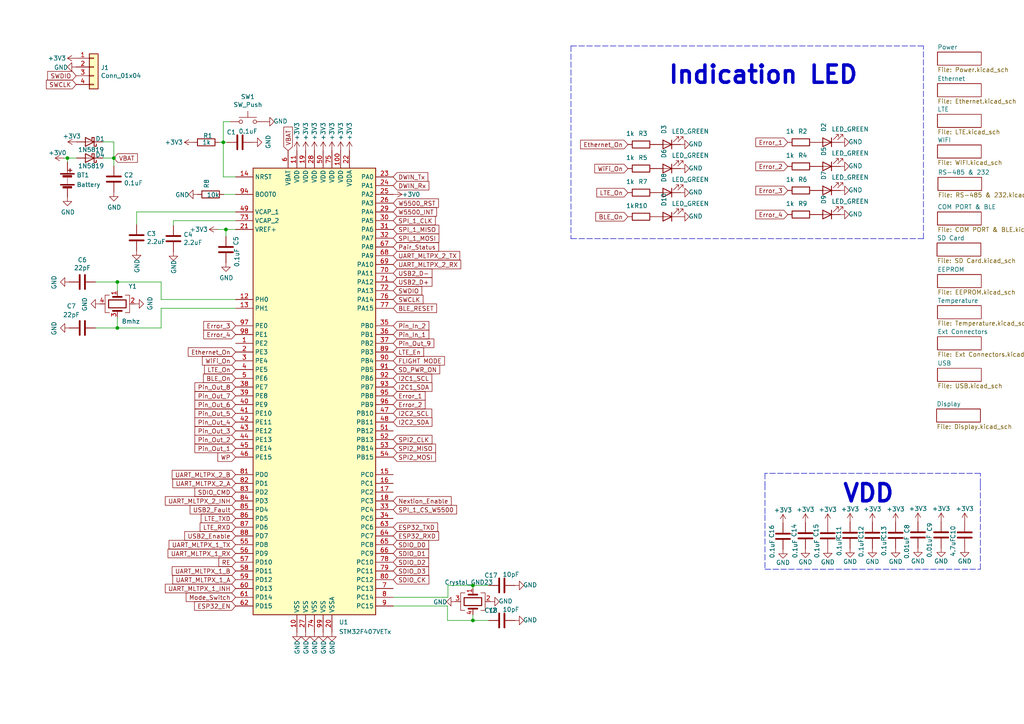
<source format=kicad_sch>
(kicad_sch (version 20211123) (generator eeschema)
  (paper "A4")
  (lib_symbols
    (symbol "Connector_Generic:Conn_01x04" (pin_names (offset 1.016) hide)
      (property "Reference" "J" (at 0 5.08 0))
      (property "Value" "Conn_01x04" (at 0 -7.62 0))
      (symbol "Conn_01x04_1_1"
        (rectangle (start -1.27 -4.953) (end 0 -5.207) (stroke (width 0.1524)))
        (rectangle (start -1.27 -2.413) (end 0 -2.667) (stroke (width 0.1524)))
        (rectangle (start -1.27 0.127) (end 0 -0.127) (stroke (width 0.1524)))
        (rectangle (start -1.27 2.667) (end 0 2.413) (stroke (width 0.1524)))
        (rectangle (start -1.27 3.81) (end 1.27 -6.35) (stroke (width 0.254)) (fill (type background)))
        (pin passive line (at -5.08 2.54 0) (length 3.81) (name "Pin_1") (number "1"))
        (pin passive line (at -5.08 0 0) (length 3.81) (name "Pin_2") (number "2"))
        (pin passive line (at -5.08 -2.54 0) (length 3.81) (name "Pin_3") (number "3"))
        (pin passive line (at -5.08 -5.08 0) (length 3.81) (name "Pin_4") (number "4"))
      )
    )
    (symbol "Device:Battery" (pin_numbers hide) (pin_names (offset 0) hide)
      (property "Reference" "BT" (at 2.54 2.54 0))
      (property "Value" "Battery" (at 2.54 0 0))
      (symbol "Battery_0_1"
        (rectangle (start -2.032 -1.397) (end 2.032 -1.651) (fill (type outline)))
        (rectangle (start -2.032 1.778) (end 2.032 1.524) (fill (type outline)))
        (rectangle (start -1.3208 -1.9812) (end 1.27 -2.4892) (fill (type outline)))
        (rectangle (start -1.3208 1.1938) (end 1.27 0.6858) (fill (type outline)))
        (polyline (pts (xy 0 -1.524) (xy 0 -1.27)))
        (polyline (pts (xy 0 -1.016) (xy 0 -0.762)))
        (polyline (pts (xy 0 -0.508) (xy 0 -0.254)))
        (polyline (pts (xy 0 0) (xy 0 0.254)))
        (polyline (pts (xy 0 0.508) (xy 0 0.762)))
        (polyline (pts (xy 0 1.778) (xy 0 2.54)))
        (polyline (pts (xy 0.254 2.667) (xy 1.27 2.667)) (stroke (width 0.254)))
        (polyline (pts (xy 0.762 3.175) (xy 0.762 2.159)) (stroke (width 0.254)))
      )
      (symbol "Battery_1_1"
        (pin passive line (at 0 5.08 270) (length 2.54) (name "+") (number "1"))
        (pin passive line (at 0 -5.08 90) (length 2.54) (name "-") (number "2"))
      )
    )
    (symbol "Device:C" (pin_numbers hide) (pin_names (offset 0.254))
      (property "Reference" "C" (at 0.635 2.54 0))
      (property "Value" "C" (at 0.635 -2.54 0))
      (symbol "C_0_1"
        (polyline (pts (xy -2.032 -0.762) (xy 2.032 -0.762)) (stroke (width 0.508)))
        (polyline (pts (xy -2.032 0.762) (xy 2.032 0.762)) (stroke (width 0.508)))
      )
      (symbol "C_1_1"
        (pin passive line (at 0 3.81 270) (length 2.794) (name "~") (number "1"))
        (pin passive line (at 0 -3.81 90) (length 2.794) (name "~") (number "2"))
      )
    )
    (symbol "Device:Crystal_GND23" (pin_names (offset 1.016) hide)
      (property "Reference" "Y" (at 3.175 5.08 0))
      (property "Value" "Crystal_GND23" (at 3.175 3.175 0))
      (symbol "Crystal_GND23_0_1"
        (rectangle (start -1.143 2.54) (end 1.143 -2.54) (stroke (width 0.3048)))
        (polyline (pts (xy -2.54 0) (xy -2.032 0)))
        (polyline (pts (xy -2.032 -1.27) (xy -2.032 1.27)) (stroke (width 0.508)))
        (polyline (pts (xy 0 -3.81) (xy 0 -3.556)))
        (polyline (pts (xy 0 3.556) (xy 0 3.81)))
        (polyline (pts (xy 2.032 -1.27) (xy 2.032 1.27)) (stroke (width 0.508)))
        (polyline (pts (xy 2.032 0) (xy 2.54 0)))
        (polyline (pts (xy -2.54 -2.286) (xy -2.54 -3.556) (xy 2.54 -3.556) (xy 2.54 -2.286)))
        (polyline (pts (xy -2.54 2.286) (xy -2.54 3.556) (xy 2.54 3.556) (xy 2.54 2.286)))
      )
      (symbol "Crystal_GND23_1_1"
        (pin passive line (at -3.81 0 0) (length 1.27) (name "1") (number "1"))
        (pin passive line (at 0 5.08 270) (length 1.27) (name "2") (number "2"))
        (pin passive line (at 0 -5.08 90) (length 1.27) (name "3") (number "3"))
        (pin passive line (at 3.81 0 180) (length 1.27) (name "4") (number "4"))
      )
    )
    (symbol "Device:Crystal_GND24" (pin_names (offset 1.016) hide)
      (property "Reference" "Y" (at 3.175 5.08 0))
      (property "Value" "Crystal_GND24" (at 3.175 3.175 0))
      (symbol "Crystal_GND24_0_1"
        (rectangle (start -1.143 2.54) (end 1.143 -2.54) (stroke (width 0.3048)))
        (polyline (pts (xy -2.54 0) (xy -2.032 0)))
        (polyline (pts (xy -2.032 -1.27) (xy -2.032 1.27)) (stroke (width 0.508)))
        (polyline (pts (xy 0 -3.81) (xy 0 -3.556)))
        (polyline (pts (xy 0 3.556) (xy 0 3.81)))
        (polyline (pts (xy 2.032 -1.27) (xy 2.032 1.27)) (stroke (width 0.508)))
        (polyline (pts (xy 2.032 0) (xy 2.54 0)))
        (polyline (pts (xy -2.54 -2.286) (xy -2.54 -3.556) (xy 2.54 -3.556) (xy 2.54 -2.286)))
        (polyline (pts (xy -2.54 2.286) (xy -2.54 3.556) (xy 2.54 3.556) (xy 2.54 2.286)))
      )
      (symbol "Crystal_GND24_1_1"
        (pin passive line (at -3.81 0 0) (length 1.27) (name "1") (number "1"))
        (pin passive line (at 0 5.08 270) (length 1.27) (name "2") (number "2"))
        (pin passive line (at 3.81 0 180) (length 1.27) (name "3") (number "3"))
        (pin passive line (at 0 -5.08 90) (length 1.27) (name "4") (number "4"))
      )
    )
    (symbol "Device:LED" (pin_numbers hide) (pin_names (offset 1.016) hide)
      (property "Reference" "D" (at 0 2.54 0))
      (property "Value" "LED" (at 0 -2.54 0))
      (symbol "LED_0_1"
        (polyline (pts (xy -1.27 -1.27) (xy -1.27 1.27)) (stroke (width 0.254)))
        (polyline (pts (xy -1.27 0) (xy 1.27 0)))
        (polyline (pts (xy 1.27 -1.27) (xy 1.27 1.27) (xy -1.27 0) (xy 1.27 -1.27)) (stroke (width 0.254)))
        (polyline (pts (xy -3.048 -0.762) (xy -4.572 -2.286) (xy -3.81 -2.286) (xy -4.572 -2.286) (xy -4.572 -1.524)))
        (polyline (pts (xy -1.778 -0.762) (xy -3.302 -2.286) (xy -2.54 -2.286) (xy -3.302 -2.286) (xy -3.302 -1.524)))
      )
      (symbol "LED_1_1"
        (pin passive line (at -3.81 0 0) (length 2.54) (name "K") (number "1"))
        (pin passive line (at 3.81 0 180) (length 2.54) (name "A") (number "2"))
      )
    )
    (symbol "Device:R" (pin_numbers hide) (pin_names (offset 0))
      (property "Reference" "R" (at 2.032 0 90))
      (property "Value" "R" (at 0 0 90))
      (symbol "R_0_1"
        (rectangle (start -1.016 -2.54) (end 1.016 2.54) (stroke (width 0.254)))
      )
      (symbol "R_1_1"
        (pin passive line (at 0 3.81 270) (length 1.27) (name "~") (number "1"))
        (pin passive line (at 0 -3.81 90) (length 1.27) (name "~") (number "2"))
      )
    )
    (symbol "Diode:1N5819" (pin_numbers hide) (pin_names (offset 1.016) hide)
      (property "Reference" "D" (at 0 2.54 0))
      (property "Value" "1N5819" (at 0 -2.54 0))
      (symbol "1N5819_0_1"
        (polyline (pts (xy 1.27 0) (xy -1.27 0)))
        (polyline (pts (xy 1.27 1.27) (xy 1.27 -1.27) (xy -1.27 0) (xy 1.27 1.27)) (stroke (width 0.254)))
        (polyline (pts (xy -1.905 0.635) (xy -1.905 1.27) (xy -1.27 1.27) (xy -1.27 -1.27) (xy -0.635 -1.27) (xy -0.635 -0.635)) (stroke (width 0.254)))
      )
      (symbol "1N5819_1_1"
        (pin passive line (at -3.81 0 0) (length 2.54) (name "K") (number "1"))
        (pin passive line (at 3.81 0 180) (length 2.54) (name "A") (number "2"))
      )
    )
    (symbol "MCU_ST_STM32F4:STM32F407VETx"
      (property "Reference" "U" (at -17.78 64.77 0))
      (property "Value" "STM32F407VETx" (at 12.7 64.77 0))
      (symbol "STM32F407VETx_0_1"
        (rectangle (start -17.78 -66.04) (end 17.78 63.5) (stroke (width 0.254)) (fill (type background)))
      )
      (symbol "STM32F407VETx_1_1"
        (pin bidirectional line (at -22.86 12.7 0) (length 5.08) (name "PE2") (number "1"))
        (pin power_in line (at -5.08 -71.12 90) (length 5.08) (name "VSS") (number "10"))
        (pin power_in line (at 7.62 68.58 270) (length 5.08) (name "VDD") (number "100"))
        (pin power_in line (at -5.08 68.58 270) (length 5.08) (name "VDD") (number "11"))
        (pin input line (at -22.86 25.4 0) (length 5.08) (name "PH0") (number "12"))
        (pin input line (at -22.86 22.86 0) (length 5.08) (name "PH1") (number "13"))
        (pin input line (at -22.86 60.96 0) (length 5.08) (name "NRST") (number "14"))
        (pin bidirectional line (at 22.86 -25.4 180) (length 5.08) (name "PC0") (number "15"))
        (pin bidirectional line (at 22.86 -27.94 180) (length 5.08) (name "PC1") (number "16"))
        (pin bidirectional line (at 22.86 -30.48 180) (length 5.08) (name "PC2") (number "17"))
        (pin bidirectional line (at 22.86 -33.02 180) (length 5.08) (name "PC3") (number "18"))
        (pin power_in line (at -2.54 68.58 270) (length 5.08) (name "VDD") (number "19"))
        (pin bidirectional line (at -22.86 10.16 0) (length 5.08) (name "PE3") (number "2"))
        (pin power_in line (at 5.08 -71.12 90) (length 5.08) (name "VSSA") (number "20"))
        (pin power_in line (at -22.86 45.72 0) (length 5.08) (name "VREF+") (number "21"))
        (pin power_in line (at 10.16 68.58 270) (length 5.08) (name "VDDA") (number "22"))
        (pin bidirectional line (at 22.86 60.96 180) (length 5.08) (name "PA0") (number "23"))
        (pin bidirectional line (at 22.86 58.42 180) (length 5.08) (name "PA1") (number "24"))
        (pin bidirectional line (at 22.86 55.88 180) (length 5.08) (name "PA2") (number "25"))
        (pin bidirectional line (at 22.86 53.34 180) (length 5.08) (name "PA3") (number "26"))
        (pin power_in line (at -2.54 -71.12 90) (length 5.08) (name "VSS") (number "27"))
        (pin power_in line (at 0 68.58 270) (length 5.08) (name "VDD") (number "28"))
        (pin bidirectional line (at 22.86 50.8 180) (length 5.08) (name "PA4") (number "29"))
        (pin bidirectional line (at -22.86 7.62 0) (length 5.08) (name "PE4") (number "3"))
        (pin bidirectional line (at 22.86 48.26 180) (length 5.08) (name "PA5") (number "30"))
        (pin bidirectional line (at 22.86 45.72 180) (length 5.08) (name "PA6") (number "31"))
        (pin bidirectional line (at 22.86 43.18 180) (length 5.08) (name "PA7") (number "32"))
        (pin bidirectional line (at 22.86 -35.56 180) (length 5.08) (name "PC4") (number "33"))
        (pin bidirectional line (at 22.86 -38.1 180) (length 5.08) (name "PC5") (number "34"))
        (pin bidirectional line (at 22.86 17.78 180) (length 5.08) (name "PB0") (number "35"))
        (pin bidirectional line (at 22.86 15.24 180) (length 5.08) (name "PB1") (number "36"))
        (pin bidirectional line (at 22.86 12.7 180) (length 5.08) (name "PB2") (number "37"))
        (pin bidirectional line (at -22.86 0 0) (length 5.08) (name "PE7") (number "38"))
        (pin bidirectional line (at -22.86 -2.54 0) (length 5.08) (name "PE8") (number "39"))
        (pin bidirectional line (at -22.86 5.08 0) (length 5.08) (name "PE5") (number "4"))
        (pin bidirectional line (at -22.86 -5.08 0) (length 5.08) (name "PE9") (number "40"))
        (pin bidirectional line (at -22.86 -7.62 0) (length 5.08) (name "PE10") (number "41"))
        (pin bidirectional line (at -22.86 -10.16 0) (length 5.08) (name "PE11") (number "42"))
        (pin bidirectional line (at -22.86 -12.7 0) (length 5.08) (name "PE12") (number "43"))
        (pin bidirectional line (at -22.86 -15.24 0) (length 5.08) (name "PE13") (number "44"))
        (pin bidirectional line (at -22.86 -17.78 0) (length 5.08) (name "PE14") (number "45"))
        (pin bidirectional line (at -22.86 -20.32 0) (length 5.08) (name "PE15") (number "46"))
        (pin bidirectional line (at 22.86 -7.62 180) (length 5.08) (name "PB10") (number "47"))
        (pin bidirectional line (at 22.86 -10.16 180) (length 5.08) (name "PB11") (number "48"))
        (pin power_in line (at -22.86 50.8 0) (length 5.08) (name "VCAP_1") (number "49"))
        (pin bidirectional line (at -22.86 2.54 0) (length 5.08) (name "PE6") (number "5"))
        (pin power_in line (at 2.54 68.58 270) (length 5.08) (name "VDD") (number "50"))
        (pin bidirectional line (at 22.86 -12.7 180) (length 5.08) (name "PB12") (number "51"))
        (pin bidirectional line (at 22.86 -15.24 180) (length 5.08) (name "PB13") (number "52"))
        (pin bidirectional line (at 22.86 -17.78 180) (length 5.08) (name "PB14") (number "53"))
        (pin bidirectional line (at 22.86 -20.32 180) (length 5.08) (name "PB15") (number "54"))
        (pin bidirectional line (at -22.86 -45.72 0) (length 5.08) (name "PD8") (number "55"))
        (pin bidirectional line (at -22.86 -48.26 0) (length 5.08) (name "PD9") (number "56"))
        (pin bidirectional line (at -22.86 -50.8 0) (length 5.08) (name "PD10") (number "57"))
        (pin bidirectional line (at -22.86 -53.34 0) (length 5.08) (name "PD11") (number "58"))
        (pin bidirectional line (at -22.86 -55.88 0) (length 5.08) (name "PD12") (number "59"))
        (pin power_in line (at -7.62 68.58 270) (length 5.08) (name "VBAT") (number "6"))
        (pin bidirectional line (at -22.86 -58.42 0) (length 5.08) (name "PD13") (number "60"))
        (pin bidirectional line (at -22.86 -60.96 0) (length 5.08) (name "PD14") (number "61"))
        (pin bidirectional line (at -22.86 -63.5 0) (length 5.08) (name "PD15") (number "62"))
        (pin bidirectional line (at 22.86 -40.64 180) (length 5.08) (name "PC6") (number "63"))
        (pin bidirectional line (at 22.86 -43.18 180) (length 5.08) (name "PC7") (number "64"))
        (pin bidirectional line (at 22.86 -45.72 180) (length 5.08) (name "PC8") (number "65"))
        (pin bidirectional line (at 22.86 -48.26 180) (length 5.08) (name "PC9") (number "66"))
        (pin bidirectional line (at 22.86 40.64 180) (length 5.08) (name "PA8") (number "67"))
        (pin bidirectional line (at 22.86 38.1 180) (length 5.08) (name "PA9") (number "68"))
        (pin bidirectional line (at 22.86 35.56 180) (length 5.08) (name "PA10") (number "69"))
        (pin bidirectional line (at 22.86 -58.42 180) (length 5.08) (name "PC13") (number "7"))
        (pin bidirectional line (at 22.86 33.02 180) (length 5.08) (name "PA11") (number "70"))
        (pin bidirectional line (at 22.86 30.48 180) (length 5.08) (name "PA12") (number "71"))
        (pin bidirectional line (at 22.86 27.94 180) (length 5.08) (name "PA13") (number "72"))
        (pin power_in line (at -22.86 48.26 0) (length 5.08) (name "VCAP_2") (number "73"))
        (pin power_in line (at 0 -71.12 90) (length 5.08) (name "VSS") (number "74"))
        (pin power_in line (at 5.08 68.58 270) (length 5.08) (name "VDD") (number "75"))
        (pin bidirectional line (at 22.86 25.4 180) (length 5.08) (name "PA14") (number "76"))
        (pin bidirectional line (at 22.86 22.86 180) (length 5.08) (name "PA15") (number "77"))
        (pin bidirectional line (at 22.86 -50.8 180) (length 5.08) (name "PC10") (number "78"))
        (pin bidirectional line (at 22.86 -53.34 180) (length 5.08) (name "PC11") (number "79"))
        (pin bidirectional line (at 22.86 -60.96 180) (length 5.08) (name "PC14") (number "8"))
        (pin bidirectional line (at 22.86 -55.88 180) (length 5.08) (name "PC12") (number "80"))
        (pin bidirectional line (at -22.86 -25.4 0) (length 5.08) (name "PD0") (number "81"))
        (pin bidirectional line (at -22.86 -27.94 0) (length 5.08) (name "PD1") (number "82"))
        (pin bidirectional line (at -22.86 -30.48 0) (length 5.08) (name "PD2") (number "83"))
        (pin bidirectional line (at -22.86 -33.02 0) (length 5.08) (name "PD3") (number "84"))
        (pin bidirectional line (at -22.86 -35.56 0) (length 5.08) (name "PD4") (number "85"))
        (pin bidirectional line (at -22.86 -38.1 0) (length 5.08) (name "PD5") (number "86"))
        (pin bidirectional line (at -22.86 -40.64 0) (length 5.08) (name "PD6") (number "87"))
        (pin bidirectional line (at -22.86 -43.18 0) (length 5.08) (name "PD7") (number "88"))
        (pin bidirectional line (at 22.86 10.16 180) (length 5.08) (name "PB3") (number "89"))
        (pin bidirectional line (at 22.86 -63.5 180) (length 5.08) (name "PC15") (number "9"))
        (pin bidirectional line (at 22.86 7.62 180) (length 5.08) (name "PB4") (number "90"))
        (pin bidirectional line (at 22.86 5.08 180) (length 5.08) (name "PB5") (number "91"))
        (pin bidirectional line (at 22.86 2.54 180) (length 5.08) (name "PB6") (number "92"))
        (pin bidirectional line (at 22.86 0 180) (length 5.08) (name "PB7") (number "93"))
        (pin input line (at -22.86 55.88 0) (length 5.08) (name "BOOT0") (number "94"))
        (pin bidirectional line (at 22.86 -2.54 180) (length 5.08) (name "PB8") (number "95"))
        (pin bidirectional line (at 22.86 -5.08 180) (length 5.08) (name "PB9") (number "96"))
        (pin bidirectional line (at -22.86 17.78 0) (length 5.08) (name "PE0") (number "97"))
        (pin bidirectional line (at -22.86 15.24 0) (length 5.08) (name "PE1") (number "98"))
        (pin power_in line (at 2.54 -71.12 90) (length 5.08) (name "VSS") (number "99"))
      )
    )
    (symbol "Switch:SW_Push" (pin_numbers hide) (pin_names (offset 1.016) hide)
      (property "Reference" "SW" (at 1.27 2.54 0))
      (property "Value" "SW_Push" (at 0 -1.524 0))
      (symbol "SW_Push_0_1"
        (circle (center -2.032 0) (radius 0.508))
        (polyline (pts (xy 0 1.27) (xy 0 3.048)))
        (polyline (pts (xy 2.54 1.27) (xy -2.54 1.27)))
        (circle (center 2.032 0) (radius 0.508))
        (pin passive line (at -5.08 0 0) (length 2.54) (name "1") (number "1"))
        (pin passive line (at 5.08 0 180) (length 2.54) (name "2") (number "2"))
      )
    )
    (symbol "power:+3.3V" (power) (pin_names (offset 0))
      (property "Value" "+3.3V" (at 0 3.556 0))
      (symbol "+3.3V_0_1"
        (polyline (pts (xy -0.762 1.27) (xy 0 2.54)))
        (polyline (pts (xy 0 0) (xy 0 2.54)))
        (polyline (pts (xy 0 2.54) (xy 0.762 1.27)))
      )
      (symbol "+3.3V_1_1"
        (pin power_in line (at 0 0 90) (length 0) hide (name "+3V3") (number "1"))
      )
    )
    (symbol "power:+3V0" (power) (pin_names (offset 0))
      (property "Value" "+3V0" (at 0 3.556 0))
      (symbol "+3V0_0_1"
        (polyline (pts (xy -0.762 1.27) (xy 0 2.54)))
        (polyline (pts (xy 0 0) (xy 0 2.54)))
        (polyline (pts (xy 0 2.54) (xy 0.762 1.27)))
      )
      (symbol "+3V0_1_1"
        (pin power_in line (at 0 0 90) (length 0) hide (name "+3V0") (number "1"))
      )
    )
    (symbol "power:GND" (power) (pin_names (offset 0))
      (property "Value" "GND" (at 0 -3.81 0))
      (symbol "GND_0_1"
        (polyline (pts (xy 0 0) (xy 0 -1.27) (xy 1.27 -1.27) (xy 0 -2.54) (xy -1.27 -1.27) (xy 0 -1.27)))
      )
      (symbol "GND_1_1"
        (pin power_in line (at 0 0 270) (length 0) hide (name "GND") (number "1"))
      )
    )
  )
  (junction (at 34.036 95.123))
  (junction (at 33.02 45.847))
  (junction (at 137.16 179.959))
  (junction (at 65.532 66.548))
  (junction (at 64.77 41.275))
  (junction (at 34.036 81.788))
  (junction (at 19.558 45.847))
  (junction (at 137.16 169.799))
  (wire (pts (xy 129.921 169.799) (xy 137.16 169.799)))
  (wire (pts (xy 129.794 179.959) (xy 137.16 179.959)))
  (wire (pts (xy 65.532 66.548) (xy 68.326 66.548)))
  (polyline (pts (xy 165.608 69.215) (xy 267.843 69.215)))
  (wire (pts (xy 39.624 61.468) (xy 39.624 65.151)))
  (wire (pts (xy 46.736 81.788) (xy 34.036 81.788)))
  (polyline (pts (xy 221.869 140.462) (xy 221.869 149.352)))
  (wire (pts (xy 29.845 41.148) (xy 33.02 41.148)))
  (wire (pts (xy 68.326 89.408) (xy 46.736 89.408)))
  (wire (pts (xy 63.627 41.275) (xy 64.77 41.275)))
  (wire (pts (xy 66.802 35.306) (xy 64.77 35.306)))
  (wire (pts (xy 46.736 89.408) (xy 46.736 95.123)))
  (wire (pts (xy 33.02 45.847) (xy 29.845 45.847)))
  (wire (pts (xy 50.292 64.008) (xy 50.292 65.405)))
  (polyline (pts (xy 221.869 165.1) (xy 284.353 165.1)))
  (wire (pts (xy 137.16 179.959) (xy 137.16 178.308)))
  (wire (pts (xy 18.542 45.847) (xy 19.558 45.847)))
  (polyline (pts (xy 165.608 13.335) (xy 165.608 69.215)))
  (wire (pts (xy 19.558 45.847) (xy 22.225 45.847)))
  (wire (pts (xy 46.736 86.868) (xy 46.736 81.788)))
  (wire (pts (xy 34.036 95.123) (xy 34.036 91.948)))
  (wire (pts (xy 64.77 51.308) (xy 64.77 41.275)))
  (wire (pts (xy 68.326 64.008) (xy 50.292 64.008)))
  (polyline (pts (xy 284.353 140.462) (xy 284.353 137.287)))
  (wire (pts (xy 68.326 61.468) (xy 39.624 61.468)))
  (wire (pts (xy 33.02 41.148) (xy 33.02 45.847)))
  (wire (pts (xy 141.732 169.799) (xy 137.16 169.799)))
  (wire (pts (xy 64.897 56.388) (xy 68.326 56.388)))
  (wire (pts (xy 34.036 81.788) (xy 34.036 84.328)))
  (wire (pts (xy 141.732 179.959) (xy 137.16 179.959)))
  (wire (pts (xy 19.558 45.847) (xy 19.558 46.99)))
  (polyline (pts (xy 221.869 149.352) (xy 221.869 165.1)))
  (wire (pts (xy 64.77 35.306) (xy 64.77 41.275)))
  (wire (pts (xy 46.736 95.123) (xy 34.036 95.123)))
  (wire (pts (xy 65.532 66.548) (xy 65.532 68.58)))
  (wire (pts (xy 114.046 175.768) (xy 129.794 175.768)))
  (polyline (pts (xy 267.843 69.215) (xy 267.843 13.335)))
  (polyline (pts (xy 221.869 137.287) (xy 221.869 140.462)))
  (wire (pts (xy 64.77 41.275) (xy 65.786 41.275)))
  (wire (pts (xy 63.246 66.548) (xy 65.532 66.548)))
  (wire (pts (xy 68.326 86.868) (xy 46.736 86.868)))
  (wire (pts (xy 27.686 81.788) (xy 34.036 81.788)))
  (polyline (pts (xy 284.353 165.1) (xy 284.353 140.462)))
  (wire (pts (xy 129.921 173.228) (xy 129.921 169.799)))
  (wire (pts (xy 137.16 169.799) (xy 137.16 170.688)))
  (wire (pts (xy 27.686 95.123) (xy 34.036 95.123)))
  (wire (pts (xy 68.326 51.308) (xy 64.77 51.308)))
  (polyline (pts (xy 267.843 13.335) (xy 165.608 13.335)))
  (wire (pts (xy 33.02 45.847) (xy 33.02 48.133)))
  (polyline (pts (xy 284.353 137.287) (xy 221.869 137.287)))
  (wire (pts (xy 114.046 173.228) (xy 129.921 173.228)))
  (wire (pts (xy 129.794 175.768) (xy 129.794 179.959)))
  (text "VDD" (at 244.094 146.177 0) (effects (font (size 5 5) (thickness 1) bold) (justify left bottom)))
  (text "Indication LED" (at 193.548 24.765 0) (effects (font (size 5.0038 5.0038) (thickness 1.0008) bold) (justify left bottom)))
  (global_label "Pin_Out_1" (shape input) (at 68.326 130.048 180) (property "Intersheet References" "${INTERSHEET_REFS}" (effects hide)))
  (global_label "SDIO_CK" (shape input) (at 114.046 168.148 0) (property "Intersheet References" "${INTERSHEET_REFS}" (effects hide)))
  (global_label "VBAT" (shape input) (at 33.02 45.847 0) (property "Intersheet References" "${INTERSHEET_REFS}" (effects hide)))
  (global_label "ESP32_EN" (shape input) (at 68.326 175.768 180) (property "Intersheet References" "${INTERSHEET_REFS}" (effects hide)))
  (global_label "SDIO_D2" (shape input) (at 114.046 163.068 0) (property "Intersheet References" "${INTERSHEET_REFS}" (effects hide)))
  (global_label "Pin_In_2" (shape input) (at 114.046 94.488 0) (property "Intersheet References" "${INTERSHEET_REFS}" (effects hide)))
  (global_label "I2C1_SDA" (shape input) (at 114.046 112.268 0) (property "Intersheet References" "${INTERSHEET_REFS}" (effects hide)))
  (global_label "LTE_RXD" (shape input) (at 68.326 152.908 180) (property "Intersheet References" "${INTERSHEET_REFS}" (effects hide)))
  (global_label "I2C2_SDA" (shape input) (at 114.046 122.428 0) (property "Intersheet References" "${INTERSHEET_REFS}" (effects hide)))
  (global_label "UART_MLTPX_2_INH" (shape input) (at 68.326 145.288 180) (property "Intersheet References" "${INTERSHEET_REFS}" (effects hide)))
  (global_label "SD_PWR_ON" (shape input) (at 114.046 107.188 0) (property "Intersheet References" "${INTERSHEET_REFS}" (effects hide)))
  (global_label "I2C1_SCL" (shape input) (at 114.046 109.728 0) (property "Intersheet References" "${INTERSHEET_REFS}" (effects hide)))
  (global_label "UART_MLTPX_1_RX" (shape input) (at 68.326 160.528 180) (property "Intersheet References" "${INTERSHEET_REFS}" (effects hide)))
  (global_label "VBAT" (shape input) (at 83.566 43.688 90) (property "Intersheet References" "${INTERSHEET_REFS}" (effects hide)))
  (global_label "SWDIO" (shape input) (at 114.046 84.328 0) (property "Intersheet References" "${INTERSHEET_REFS}" (effects hide)))
  (global_label "Pin_Out_2" (shape input) (at 68.326 127.508 180) (property "Intersheet References" "${INTERSHEET_REFS}" (effects hide)))
  (global_label "Pin_Out_6" (shape input) (at 68.326 117.348 180) (property "Intersheet References" "${INTERSHEET_REFS}" (effects hide)))
  (global_label "Pin_Out_8" (shape input) (at 68.326 112.268 180) (property "Intersheet References" "${INTERSHEET_REFS}" (effects hide)))
  (global_label "DWIN_Rx" (shape input) (at 114.046 53.848 0) (property "Intersheet References" "${INTERSHEET_REFS}" (effects hide)))
  (global_label "Pin_In_1" (shape input) (at 114.046 97.028 0) (property "Intersheet References" "${INTERSHEET_REFS}" (effects hide)))
  (global_label "Error_2" (shape input) (at 228.473 48.26 180) (property "Intersheet References" "${INTERSHEET_REFS}" (effects hide)))
  (global_label "Pair_Status" (shape input) (at 114.046 71.628 0) (property "Intersheet References" "${INTERSHEET_REFS}" (effects hide)))
  (global_label "LTE_On" (shape input) (at 182.118 55.88 180) (property "Intersheet References" "${INTERSHEET_REFS}" (effects hide)))
  (global_label "SPI2_MOSI" (shape input) (at 114.046 132.588 0) (property "Intersheet References" "${INTERSHEET_REFS}" (effects hide)))
  (global_label "SPI_1_MOSI" (shape input) (at 114.046 69.088 0) (property "Intersheet References" "${INTERSHEET_REFS}" (effects hide)))
  (global_label "Error_4" (shape input) (at 228.473 62.23 180) (property "Intersheet References" "${INTERSHEET_REFS}" (effects hide)))
  (global_label "USB2_Enable" (shape input) (at 68.326 155.448 180) (property "Intersheet References" "${INTERSHEET_REFS}" (effects hide)))
  (global_label "SWDIO" (shape input) (at 22.098 21.971 180) (property "Intersheet References" "${INTERSHEET_REFS}" (effects hide)))
  (global_label "SDIO_D3" (shape input) (at 114.046 165.608 0) (property "Intersheet References" "${INTERSHEET_REFS}" (effects hide)))
  (global_label "UART_MLTPX_2_B" (shape input) (at 68.326 137.668 180) (property "Intersheet References" "${INTERSHEET_REFS}" (effects hide)))
  (global_label "SPI_1_MISO" (shape input) (at 114.046 66.548 0) (property "Intersheet References" "${INTERSHEET_REFS}" (effects hide)))
  (global_label "W5500_RST" (shape input) (at 114.046 58.928 0) (property "Intersheet References" "${INTERSHEET_REFS}" (effects hide)))
  (global_label "Error_2" (shape input) (at 114.046 117.348 0) (property "Intersheet References" "${INTERSHEET_REFS}" (effects hide)))
  (global_label "LTE_En" (shape input) (at 114.046 102.108 0) (property "Intersheet References" "${INTERSHEET_REFS}" (effects hide)))
  (global_label "UART_MLTPX_1_B" (shape input) (at 68.326 165.608 180) (property "Intersheet References" "${INTERSHEET_REFS}" (effects hide)))
  (global_label "I2C2_SCL" (shape input) (at 114.046 119.888 0) (property "Intersheet References" "${INTERSHEET_REFS}" (effects hide)))
  (global_label "SPI_1_CLK" (shape input) (at 114.046 64.008 0) (property "Intersheet References" "${INTERSHEET_REFS}" (effects hide)))
  (global_label "SPI_1_CS_W5500" (shape input) (at 114.046 147.828 0) (property "Intersheet References" "${INTERSHEET_REFS}" (effects hide)))
  (global_label "LTE_On" (shape input) (at 68.326 107.188 180) (property "Intersheet References" "${INTERSHEET_REFS}" (effects hide)))
  (global_label "FLIGHT MODE" (shape input) (at 114.046 104.648 0) (property "Intersheet References" "${INTERSHEET_REFS}" (effects hide)))
  (global_label "Error_3" (shape input) (at 68.326 94.488 180) (property "Intersheet References" "${INTERSHEET_REFS}" (effects hide)))
  (global_label "UART_MLTPX_1_INH" (shape input) (at 68.326 170.688 180) (property "Intersheet References" "${INTERSHEET_REFS}" (effects hide)))
  (global_label "Ethernet_On" (shape input) (at 68.326 102.108 180) (property "Intersheet References" "${INTERSHEET_REFS}" (effects hide)))
  (global_label "Error_1" (shape input) (at 228.473 41.275 180) (property "Intersheet References" "${INTERSHEET_REFS}" (effects hide)))
  (global_label "ESP32_RXD" (shape input) (at 114.046 155.448 0) (property "Intersheet References" "${INTERSHEET_REFS}" (effects hide)))
  (global_label "BLE_On" (shape input) (at 68.326 109.728 180) (property "Intersheet References" "${INTERSHEET_REFS}" (effects hide)))
  (global_label "Pin_Out_3" (shape input) (at 68.326 124.968 180) (property "Intersheet References" "${INTERSHEET_REFS}" (effects hide)))
  (global_label "Nextion_Enable" (shape input) (at 114.046 145.288 0) (property "Intersheet References" "${INTERSHEET_REFS}" (effects hide)))
  (global_label "Error_1" (shape input) (at 114.046 114.808 0) (property "Intersheet References" "${INTERSHEET_REFS}" (effects hide)))
  (global_label "UART_MLTPX_2_A" (shape input) (at 68.326 140.208 180) (property "Intersheet References" "${INTERSHEET_REFS}" (effects hide)))
  (global_label "UART_MLTPX_2_TX" (shape input) (at 114.046 74.168 0) (property "Intersheet References" "${INTERSHEET_REFS}" (effects hide)))
  (global_label "UART_MLTPX_2_RX" (shape input) (at 114.046 76.708 0) (property "Intersheet References" "${INTERSHEET_REFS}" (effects hide)))
  (global_label "Error_3" (shape input) (at 228.473 55.245 180) (property "Intersheet References" "${INTERSHEET_REFS}" (effects hide)))
  (global_label "Pin_Out_4" (shape input) (at 68.326 122.428 180) (property "Intersheet References" "${INTERSHEET_REFS}" (effects hide)))
  (global_label "SPI2_CLK" (shape input) (at 114.046 127.508 0) (property "Intersheet References" "${INTERSHEET_REFS}" (effects hide)))
  (global_label "BLE_RESET" (shape input) (at 114.046 89.408 0) (property "Intersheet References" "${INTERSHEET_REFS}" (effects hide)))
  (global_label "ESP32_TXD" (shape input) (at 114.046 152.908 0) (property "Intersheet References" "${INTERSHEET_REFS}" (effects hide)))
  (global_label "USB2_D-" (shape input) (at 114.046 79.248 0) (property "Intersheet References" "${INTERSHEET_REFS}" (effects hide)))
  (global_label "Pin_Out_5" (shape input) (at 68.326 119.888 180) (property "Intersheet References" "${INTERSHEET_REFS}" (effects hide)))
  (global_label "SDIO_D1" (shape input) (at 114.046 160.528 0) (property "Intersheet References" "${INTERSHEET_REFS}" (effects hide)))
  (global_label "RE" (shape input) (at 68.326 163.068 180) (property "Intersheet References" "${INTERSHEET_REFS}" (effects hide)))
  (global_label "WiFi_On" (shape input) (at 68.326 104.648 180) (property "Intersheet References" "${INTERSHEET_REFS}" (effects hide)))
  (global_label "DWIN_Tx" (shape input) (at 114.046 51.308 0) (property "Intersheet References" "${INTERSHEET_REFS}" (effects hide)))
  (global_label "Ethernet_On" (shape input) (at 182.118 41.91 180) (property "Intersheet References" "${INTERSHEET_REFS}" (effects hide)))
  (global_label "Pin_Out_9" (shape input) (at 114.046 99.568 0) (property "Intersheet References" "${INTERSHEET_REFS}" (effects hide)))
  (global_label "SWCLK" (shape input) (at 114.046 86.868 0) (property "Intersheet References" "${INTERSHEET_REFS}" (effects hide)))
  (global_label "UART_MLTPX_1_A" (shape input) (at 68.326 168.148 180) (property "Intersheet References" "${INTERSHEET_REFS}" (effects hide)))
  (global_label "SPI2_MISO" (shape input) (at 114.046 130.048 0) (property "Intersheet References" "${INTERSHEET_REFS}" (effects hide)))
  (global_label "Error_4" (shape input) (at 68.326 97.028 180) (property "Intersheet References" "${INTERSHEET_REFS}" (effects hide)))
  (global_label "UART_MLTPX_1_TX" (shape input) (at 68.326 157.988 180) (property "Intersheet References" "${INTERSHEET_REFS}" (effects hide)))
  (global_label "SDIO_CMD" (shape input) (at 68.326 142.748 180) (property "Intersheet References" "${INTERSHEET_REFS}" (effects hide)))
  (global_label "LTE_TXD" (shape input) (at 68.326 150.368 180) (property "Intersheet References" "${INTERSHEET_REFS}" (effects hide)))
  (global_label "W5500_INT" (shape input) (at 114.046 61.468 0) (property "Intersheet References" "${INTERSHEET_REFS}" (effects hide)))
  (global_label "USB2_D+" (shape input) (at 114.046 81.788 0) (property "Intersheet References" "${INTERSHEET_REFS}" (effects hide)))
  (global_label "SWCLK" (shape input) (at 22.098 24.511 180) (property "Intersheet References" "${INTERSHEET_REFS}" (effects hide)))
  (global_label "BLE_On" (shape input) (at 182.118 62.865 180) (property "Intersheet References" "${INTERSHEET_REFS}" (effects hide)))
  (global_label "WP" (shape input) (at 68.326 132.588 180) (property "Intersheet References" "${INTERSHEET_REFS}" (effects hide)))
  (global_label "Pin_Out_7" (shape input) (at 68.326 114.808 180) (property "Intersheet References" "${INTERSHEET_REFS}" (effects hide)))
  (global_label "USB2_Fault" (shape input) (at 68.326 147.828 180) (property "Intersheet References" "${INTERSHEET_REFS}" (effects hide)))
  (global_label "SDIO_D0" (shape input) (at 114.046 157.988 0) (property "Intersheet References" "${INTERSHEET_REFS}" (effects hide)))
  (global_label "WiFi_On" (shape input) (at 182.118 48.895 180) (property "Intersheet References" "${INTERSHEET_REFS}" (effects hide)))
  (global_label "Mode_Switch" (shape input) (at 68.326 173.228 180) (property "Intersheet References" "${INTERSHEET_REFS}" (effects hide)))
  (symbol (lib_id "Device:R") (at 185.928 41.91 90) (unit 1)
    (property "Reference" "R3" (at 187.833 38.735 90) (effects (justify left)))
    (property "Value" "1k" (at 184.023 38.735 90) (effects (justify left)))
    (property "Footprint" "Resistor_SMD:R_0603_1608Metric" (effects hide))
  )
  (symbol (lib_id "Device:LED") (at 193.548 41.91 180) (unit 1)
    (property "Reference" "D3" (at 192.5574 38.9128 90) (effects (justify right)))
    (property "Value" "LED_GREEN" (at 194.818 38.1 0) (effects (justify right)))
    (property "Footprint" "LED_SMD:LED_0603_1608Metric" (effects hide))
  )
  (symbol (lib_id "power:GND") (at 197.358 41.91 90) (unit 1)
    (property "Reference" "#PWR08" (effects hide))
    (property "Value" "GND" (at 201.7522 41.783 90))
  )
  (symbol (lib_id "Device:R") (at 185.928 48.895 90) (unit 1)
    (property "Reference" "R5" (at 187.833 45.72 90) (effects (justify left)))
    (property "Value" "1k" (at 184.023 45.72 90) (effects (justify left)))
    (property "Footprint" "Resistor_SMD:R_0603_1608Metric" (effects hide))
  )
  (symbol (lib_id "Device:LED") (at 193.548 48.895 180) (unit 1)
    (property "Reference" "D6" (at 192.5574 45.8978 90) (effects (justify right)))
    (property "Value" "LED_GREEN" (at 194.818 45.085 0) (effects (justify right)))
    (property "Footprint" "LED_SMD:LED_0603_1608Metric" (effects hide))
  )
  (symbol (lib_id "power:GND") (at 197.358 48.895 90) (unit 1)
    (property "Reference" "#PWR018" (effects hide))
    (property "Value" "GND" (at 201.7522 48.768 90))
  )
  (symbol (lib_id "Device:R") (at 185.928 55.88 90) (unit 1)
    (property "Reference" "R7" (at 187.833 52.705 90) (effects (justify left)))
    (property "Value" "1k" (at 184.023 52.705 90) (effects (justify left)))
    (property "Footprint" "Resistor_SMD:R_0603_1608Metric" (effects hide))
  )
  (symbol (lib_id "Device:LED") (at 193.548 55.88 180) (unit 1)
    (property "Reference" "D8" (at 192.5574 52.8828 90) (effects (justify right)))
    (property "Value" "LED_GREEN" (at 194.818 52.07 0) (effects (justify right)))
    (property "Footprint" "LED_SMD:LED_0603_1608Metric" (effects hide))
  )
  (symbol (lib_id "power:GND") (at 197.358 55.88 90) (unit 1)
    (property "Reference" "#PWR021" (effects hide))
    (property "Value" "GND" (at 201.7522 55.753 90))
  )
  (symbol (lib_id "Device:R") (at 185.928 62.865 90) (unit 1)
    (property "Reference" "R10" (at 187.833 59.69 90) (effects (justify left)))
    (property "Value" "1k" (at 184.023 59.69 90) (effects (justify left)))
    (property "Footprint" "Resistor_SMD:R_0603_1608Metric" (effects hide))
  )
  (symbol (lib_id "Device:LED") (at 193.548 62.865 180) (unit 1)
    (property "Reference" "D10" (at 192.5574 59.8678 90) (effects (justify right)))
    (property "Value" "LED_GREEN" (at 194.818 59.055 0) (effects (justify right)))
    (property "Footprint" "LED_SMD:LED_0603_1608Metric" (effects hide))
  )
  (symbol (lib_id "power:GND") (at 197.358 62.865 90) (unit 1)
    (property "Reference" "#PWR026" (effects hide))
    (property "Value" "GND" (at 201.7522 62.738 90))
  )
  (symbol (lib_id "Device:R") (at 232.283 41.275 90) (unit 1)
    (property "Reference" "R2" (at 234.188 38.1 90) (effects (justify left)))
    (property "Value" "1k" (at 230.378 38.1 90) (effects (justify left)))
    (property "Footprint" "Resistor_SMD:R_0603_1608Metric" (effects hide))
  )
  (symbol (lib_id "Device:LED") (at 239.903 41.275 180) (unit 1)
    (property "Reference" "D2" (at 238.9124 38.2778 90) (effects (justify right)))
    (property "Value" "LED_GREEN" (at 241.173 37.465 0) (effects (justify right)))
    (property "Footprint" "LED_SMD:LED_0603_1608Metric" (effects hide))
  )
  (symbol (lib_id "power:GND") (at 243.713 41.275 90) (unit 1)
    (property "Reference" "#PWR07" (effects hide))
    (property "Value" "GND" (at 248.1072 41.148 90))
  )
  (symbol (lib_id "Device:R") (at 232.283 48.26 90) (unit 1)
    (property "Reference" "R4" (at 234.188 45.085 90) (effects (justify left)))
    (property "Value" "1k" (at 230.378 45.085 90) (effects (justify left)))
    (property "Footprint" "Resistor_SMD:R_0603_1608Metric" (effects hide))
  )
  (symbol (lib_id "Device:LED") (at 239.903 48.26 180) (unit 1)
    (property "Reference" "D5" (at 238.9124 45.2628 90) (effects (justify right)))
    (property "Value" "LED_GREEN" (at 241.173 44.45 0) (effects (justify right)))
    (property "Footprint" "LED_SMD:LED_0603_1608Metric" (effects hide))
  )
  (symbol (lib_id "power:GND") (at 243.713 48.26 90) (unit 1)
    (property "Reference" "#PWR017" (effects hide))
    (property "Value" "GND" (at 248.1072 48.133 90))
  )
  (symbol (lib_id "Device:R") (at 232.283 55.245 90) (unit 1)
    (property "Reference" "R6" (at 234.188 52.07 90) (effects (justify left)))
    (property "Value" "1k" (at 230.378 52.07 90) (effects (justify left)))
    (property "Footprint" "Resistor_SMD:R_0603_1608Metric" (effects hide))
  )
  (symbol (lib_id "Device:LED") (at 239.903 55.245 180) (unit 1)
    (property "Reference" "D7" (at 238.9124 52.2478 90) (effects (justify right)))
    (property "Value" "LED_GREEN" (at 241.173 51.435 0) (effects (justify right)))
    (property "Footprint" "LED_SMD:LED_0603_1608Metric" (effects hide))
  )
  (symbol (lib_id "power:GND") (at 243.713 55.245 90) (unit 1)
    (property "Reference" "#PWR019" (effects hide))
    (property "Value" "GND" (at 248.1072 55.118 90))
  )
  (symbol (lib_id "Device:R") (at 232.283 62.23 90) (unit 1)
    (property "Reference" "R9" (at 234.188 59.055 90) (effects (justify left)))
    (property "Value" "1k" (at 230.378 59.055 90) (effects (justify left)))
    (property "Footprint" "Resistor_SMD:R_0603_1608Metric" (effects hide))
  )
  (symbol (lib_id "Device:LED") (at 239.903 62.23 180) (unit 1)
    (property "Reference" "D9" (at 238.9124 59.2328 90) (effects (justify right)))
    (property "Value" "LED_GREEN" (at 241.173 58.42 0) (effects (justify right)))
    (property "Footprint" "LED_SMD:LED_0603_1608Metric" (effects hide))
  )
  (symbol (lib_id "power:GND") (at 243.713 62.23 90) (unit 1)
    (property "Reference" "#PWR025" (effects hide))
    (property "Value" "GND" (at 248.1072 62.103 90))
  )
  (symbol (lib_id "Device:C") (at 259.7658 155.2702 180) (unit 1)
    (property "Reference" "C13" (at 256.3622 154.4828 90))
    (property "Value" "0.1uF" (at 256.3622 158.5468 90))
    (property "Footprint" "Capacitor_SMD:C_0603_1608Metric" (effects hide))
  )
  (symbol (lib_id "Device:C") (at 266.2428 155.1432 180) (unit 1)
    (property "Reference" "C8" (at 263.0424 153.3906 90))
    (property "Value" "0.01uF" (at 262.9662 158.8008 90))
    (property "Footprint" "Capacitor_SMD:C_0603_1608Metric" (effects hide))
  )
  (symbol (lib_id "power:+3.3V") (at 86.106 43.688 0) (unit 1)
    (property "Reference" "#PWR09" (effects hide))
    (property "Value" "+3.3V" (at 86.106 38.1 90))
  )
  (symbol (lib_id "power:+3.3V") (at 227.1014 151.7396 0) (unit 1)
    (property "Reference" "#PWR043" (effects hide))
    (property "Value" "+3.3V" (at 227.1014 147.9296 0))
  )
  (symbol (lib_id "power:GND") (at 88.646 183.388 0) (unit 1)
    (property "Reference" "#PWR058" (effects hide))
    (property "Value" "GND" (at 88.773 187.7822 90))
  )
  (symbol (lib_id "Device:C") (at 272.9738 155.1432 180) (unit 1)
    (property "Reference" "C9" (at 269.6464 152.8826 90))
    (property "Value" "0.01uF" (at 269.5702 158.4198 90))
    (property "Footprint" "Capacitor_SMD:C_0603_1608Metric" (effects hide))
  )
  (symbol (lib_id "power:GND") (at 19.558 57.15 0) (unit 1)
    (property "Reference" "#PWR024" (effects hide))
    (property "Value" "GND" (at 19.685 61.5442 0))
  )
  (symbol (lib_id "power:+3.3V") (at 266.2428 151.3332 0) (unit 1)
    (property "Reference" "#PWR035" (effects hide))
    (property "Value" "+3.3V" (at 266.2428 147.5232 0))
  )
  (symbol (lib_id "power:+3.3V") (at 101.346 43.688 0) (unit 1)
    (property "Reference" "#PWR015" (effects hide))
    (property "Value" "+3.3V" (at 101.346 38.1 90))
  )
  (symbol (lib_id "power:GND") (at 142.24 174.498 90) (unit 1)
    (property "Reference" "#PWR055" (effects hide))
    (property "Value" "GND" (at 146.6342 174.371 90))
  )
  (symbol (lib_id "power:+3.3V") (at 98.806 43.688 0) (unit 1)
    (property "Reference" "#PWR014" (effects hide))
    (property "Value" "+3.3V" (at 98.806 38.1 90))
  )
  (symbol (lib_id "Device:Battery") (at 19.558 52.07 0) (unit 1)
    (property "Reference" "BT1" (at 22.225 50.7805 0) (effects (justify left)))
    (property "Value" "Battery" (at 22.225 53.5556 0) (effects (justify left)))
    (property "Footprint" "Footprint:CR2032_Holder_Vertical" (effects hide))
  )
  (symbol (lib_id "power:GND") (at 132.08 174.498 270) (unit 1)
    (property "Reference" "#PWR054" (effects hide))
    (property "Value" "GND" (at 127.6858 174.625 90))
  )
  (symbol (lib_id "power:GND") (at 39.116 88.138 90) (unit 1)
    (property "Reference" "#PWR033" (effects hide))
    (property "Value" "GND" (at 43.5102 88.011 0))
  )
  (symbol (lib_id "Device:C") (at 227.1014 155.5496 180) (unit 1)
    (property "Reference" "C16" (at 223.8248 154.1272 90))
    (property "Value" "0.1uF" (at 223.9518 159.2072 90))
    (property "Footprint" "Capacitor_SMD:C_0603_1608Metric" (effects hide))
  )
  (symbol (lib_id "MCU_ST_STM32F4:STM32F407VETx") (at 91.186 112.268 0) (unit 1)
    (property "Reference" "U1" (at 98.2854 180.4575 0) (effects (justify left)))
    (property "Value" "STM32F407VETx" (at 98.2854 183.2326 0) (effects (justify left)))
    (property "Footprint" "Package_QFP:LQFP-100_14x14mm_P0.5mm" (effects hide))
    (property "Datasheet" "http://www.st.com/st-web-ui/static/active/en/resource/technical/document/datasheet/DM00037051.pdf" (effects hide))
  )
  (symbol (lib_id "Diode:1N5819") (at 26.035 45.847 180) (unit 1)
    (property "Reference" "D4" (at 27.686 44.958 0) (effects (justify right)))
    (property "Value" "1N5819" (at 22.606 48.133 0) (effects (justify right)))
    (property "Footprint" "Footprint:SOD-323" (effects hide))
    (property "Datasheet" "http://www.vishay.com/docs/88525/1n5817.pdf" (effects hide))
  )
  (symbol (lib_id "power:+3.3V") (at 93.726 43.688 0) (unit 1)
    (property "Reference" "#PWR012" (effects hide))
    (property "Value" "+3.3V" (at 93.726 38.1 90))
  )
  (symbol (lib_id "power:+3.3V") (at 272.9738 151.3332 0) (unit 1)
    (property "Reference" "#PWR036" (effects hide))
    (property "Value" "+3.3V" (at 272.9738 147.5232 0))
  )
  (symbol (lib_id "Device:R") (at 61.087 56.388 90) (unit 1)
    (property "Reference" "R8" (at 59.9186 54.61 0) (effects (justify left)))
    (property "Value" "10k" (at 63.627 56.515 90) (effects (justify left)))
    (property "Footprint" "Resistor_SMD:R_0603_1608Metric" (effects hide))
  )
  (symbol (lib_id "power:GND") (at 33.02 55.753 0) (unit 1)
    (property "Reference" "#PWR020" (effects hide))
    (property "Value" "GND" (at 33.147 60.1472 0))
  )
  (symbol (lib_id "Device:Crystal_GND23") (at 137.16 174.498 270) (unit 1)
    (property "Reference" "Y2" (at 144.145 177.038 90) (effects (justify right)))
    (property "Value" "Crystal_GND23" (at 143.002 168.91 90) (effects (justify right)))
    (property "Footprint" "Crystal:Crystal_SMD_SeikoEpson_MC306-4Pin_8.0x3.2mm" (effects hide))
  )
  (symbol (lib_id "power:GND") (at 259.7658 159.0802 0) (unit 1)
    (property "Reference" "#PWR049" (effects hide))
    (property "Value" "GND" (at 259.7658 162.8902 0))
  )
  (symbol (lib_id "power:GND") (at 149.352 169.799 90) (unit 1)
    (property "Reference" "#PWR053" (effects hide))
    (property "Value" "GND" (at 153.7462 169.672 90))
  )
  (symbol (lib_id "power:GND") (at 20.066 81.788 270) (unit 1)
    (property "Reference" "#PWR031" (effects hide))
    (property "Value" "GND" (at 15.6718 81.915 0))
  )
  (symbol (lib_id "power:GND") (at 39.624 72.771 0) (unit 1)
    (property "Reference" "#PWR028" (effects hide))
    (property "Value" "GND" (at 39.751 77.1652 90))
  )
  (symbol (lib_id "Device:C") (at 39.624 68.961 0) (unit 1)
    (property "Reference" "C3" (at 42.545 67.7926 0) (effects (justify left)))
    (property "Value" "2.2uF" (at 42.545 70.104 0) (effects (justify left)))
    (property "Footprint" "Capacitor_SMD:C_0805_2012Metric" (effects hide))
  )
  (symbol (lib_id "power:+3.3V") (at 246.5578 151.4602 0) (unit 1)
    (property "Reference" "#PWR038" (effects hide))
    (property "Value" "+3.3V" (at 246.5578 147.6502 0))
  )
  (symbol (lib_id "power:GND") (at 91.186 183.388 0) (unit 1)
    (property "Reference" "#PWR059" (effects hide))
    (property "Value" "GND" (at 91.313 187.7822 90))
  )
  (symbol (lib_id "Device:R") (at 59.817 41.275 270) (unit 1)
    (property "Reference" "R1" (at 58.928 39.37 90) (effects (justify left)))
    (property "Value" "1k" (at 58.674 41.275 90) (effects (justify left)))
    (property "Footprint" "Resistor_SMD:R_0603_1608Metric" (effects hide))
  )
  (symbol (lib_id "power:GND") (at 253.0348 159.0802 0) (unit 1)
    (property "Reference" "#PWR048" (effects hide))
    (property "Value" "GND" (at 253.0348 162.8902 0))
  )
  (symbol (lib_id "power:GND") (at 96.266 183.388 0) (unit 1)
    (property "Reference" "#PWR061" (effects hide))
    (property "Value" "GND" (at 96.393 187.7822 90))
  )
  (symbol (lib_id "Device:C") (at 50.292 69.215 0) (unit 1)
    (property "Reference" "C4" (at 53.213 68.0466 0) (effects (justify left)))
    (property "Value" "2.2uF" (at 53.213 70.358 0) (effects (justify left)))
    (property "Footprint" "Capacitor_SMD:C_0805_2012Metric" (effects hide))
  )
  (symbol (lib_id "power:+3.3V") (at 63.246 66.548 90) (unit 1)
    (property "Reference" "#PWR027" (effects hide))
    (property "Value" "+3.3V" (at 57.658 66.548 90))
  )
  (symbol (lib_id "Switch:SW_Push") (at 71.882 35.306 0) (unit 1)
    (property "Reference" "SW1" (at 71.882 28.067 0))
    (property "Value" "SW_Push" (at 71.882 30.3784 0))
    (property "Footprint" "Button_Switch_SMD:SW_SPST_CK_RS282G05A3" (effects hide))
  )
  (symbol (lib_id "Device:Crystal_GND24") (at 34.036 88.138 270) (unit 1)
    (property "Reference" "Y1" (at 37.211 83.058 90) (effects (justify left)))
    (property "Value" "8mhz" (at 35.306 93.218 90) (effects (justify left)))
    (property "Footprint" "Footprint:Crystal_smd_3225" (effects hide))
  )
  (symbol (lib_id "power:+3.3V") (at 233.6038 151.5872 0) (unit 1)
    (property "Reference" "#PWR041" (effects hide))
    (property "Value" "+3.3V" (at 233.6038 147.7772 0))
  )
  (symbol (lib_id "power:GND") (at 73.406 41.275 90) (unit 1)
    (property "Reference" "#PWR06" (effects hide))
    (property "Value" "GND" (at 77.8002 41.148 0))
  )
  (symbol (lib_id "power:+3.3V") (at 91.186 43.688 0) (unit 1)
    (property "Reference" "#PWR011" (effects hide))
    (property "Value" "+3.3V" (at 91.186 38.1 90))
  )
  (symbol (lib_id "power:GND") (at 227.1014 159.3596 0) (unit 1)
    (property "Reference" "#PWR052" (effects hide))
    (property "Value" "GND" (at 227.1014 163.1696 0))
  )
  (symbol (lib_id "Device:C") (at 23.876 95.123 90) (unit 1)
    (property "Reference" "C7" (at 20.701 88.773 90))
    (property "Value" "22pF" (at 20.701 91.313 90))
    (property "Footprint" "Capacitor_SMD:C_0603_1608Metric" (effects hide))
  )
  (symbol (lib_id "power:GND") (at 65.532 76.2 0) (unit 1)
    (property "Reference" "#PWR030" (effects hide))
    (property "Value" "GND" (at 65.659 80.5942 0))
  )
  (symbol (lib_id "power:GND") (at 246.5578 159.0802 0) (unit 1)
    (property "Reference" "#PWR047" (effects hide))
    (property "Value" "GND" (at 246.5578 162.8902 0))
  )
  (symbol (lib_id "Device:C") (at 33.02 51.943 0) (unit 1)
    (property "Reference" "C2" (at 35.941 50.7746 0) (effects (justify left)))
    (property "Value" "0.1uF" (at 35.941 53.086 0) (effects (justify left)))
    (property "Footprint" "Capacitor_SMD:C_0603_1608Metric" (effects hide))
  )
  (symbol (lib_id "power:+3.3V") (at 253.0348 151.4602 0) (unit 1)
    (property "Reference" "#PWR039" (effects hide))
    (property "Value" "+3.3V" (at 253.0348 147.6502 0))
  )
  (symbol (lib_id "power:GND") (at 233.6038 159.2072 0) (unit 1)
    (property "Reference" "#PWR050" (effects hide))
    (property "Value" "GND" (at 233.6038 163.0172 0))
  )
  (symbol (lib_id "power:GND") (at 20.066 95.123 270) (unit 1)
    (property "Reference" "#PWR034" (effects hide))
    (property "Value" "GND" (at 15.6718 95.25 0))
  )
  (symbol (lib_id "Device:C") (at 65.532 72.39 0) (unit 1)
    (property "Reference" "C5" (at 68.453 71.2216 90) (effects (justify left)))
    (property "Value" "0.1uF" (at 68.707 77.47 90) (effects (justify left)))
    (property "Footprint" "Capacitor_SMD:C_0603_1608Metric" (effects hide))
  )
  (symbol (lib_id "power:GND") (at 240.0808 159.2072 0) (unit 1)
    (property "Reference" "#PWR051" (effects hide))
    (property "Value" "GND" (at 240.0808 163.0172 0))
  )
  (symbol (lib_id "power:+3.3V") (at 56.007 41.275 90) (unit 1)
    (property "Reference" "#PWR05" (effects hide))
    (property "Value" "+3.3V" (at 50.419 41.275 90))
  )
  (symbol (lib_id "power:+3V0") (at 18.542 45.847 90) (unit 1)
    (property "Reference" "#PWR016" (effects hide))
    (property "Value" "+3V0" (at 19.304 44.323 90) (effects (justify left)))
  )
  (symbol (lib_id "Device:C") (at 240.0808 155.3972 180) (unit 1)
    (property "Reference" "C15" (at 236.6772 153.8478 90))
    (property "Value" "0.1uF" (at 236.9312 159.1818 90))
    (property "Footprint" "Capacitor_SMD:C_0603_1608Metric" (effects hide))
  )
  (symbol (lib_id "power:+3.3V") (at 22.225 41.148 90) (unit 1)
    (property "Reference" "#PWR04" (effects hide))
    (property "Value" "+3.3V" (at 20.828 39.497 90))
  )
  (symbol (lib_id "Diode:1N5819") (at 26.035 41.148 180) (unit 1)
    (property "Reference" "D1" (at 27.686 40.259 0) (effects (justify right)))
    (property "Value" "1N5819" (at 22.606 43.434 0) (effects (justify right)))
    (property "Footprint" "Footprint:SOD-323" (effects hide))
    (property "Datasheet" "http://www.vishay.com/docs/88525/1n5817.pdf" (effects hide))
  )
  (symbol (lib_id "Device:C") (at 145.542 169.799 90) (unit 1)
    (property "Reference" "C17" (at 144.3736 166.878 90) (effects (justify left)))
    (property "Value" "10pF" (at 150.622 166.624 90) (effects (justify left)))
    (property "Footprint" "Capacitor_SMD:C_0603_1608Metric" (effects hide))
  )
  (symbol (lib_id "power:GND") (at 149.352 179.959 90) (unit 1)
    (property "Reference" "#PWR056" (effects hide))
    (property "Value" "GND" (at 153.7462 179.832 90))
  )
  (symbol (lib_id "power:GND") (at 22.098 19.431 270) (unit 1)
    (property "Reference" "#PWR02" (effects hide))
    (property "Value" "GND" (at 17.7038 19.558 90))
  )
  (symbol (lib_id "power:GND") (at 57.277 56.388 270) (unit 1)
    (property "Reference" "#PWR022" (effects hide))
    (property "Value" "GND" (at 52.8828 56.515 90))
  )
  (symbol (lib_id "power:+3.3V") (at 96.266 43.688 0) (unit 1)
    (property "Reference" "#PWR013" (effects hide))
    (property "Value" "+3.3V" (at 96.266 38.1 90))
  )
  (symbol (lib_id "power:+3.3V") (at 240.0808 151.5872 0) (unit 1)
    (property "Reference" "#PWR042" (effects hide))
    (property "Value" "+3.3V" (at 240.0808 147.7772 0))
  )
  (symbol (lib_id "power:GND") (at 50.292 73.025 0) (unit 1)
    (property "Reference" "#PWR029" (effects hide))
    (property "Value" "GND" (at 50.419 77.4192 90))
  )
  (symbol (lib_id "power:+3.3V") (at 259.7658 151.4602 0) (unit 1)
    (property "Reference" "#PWR040" (effects hide))
    (property "Value" "+3.3V" (at 259.7658 147.6502 0))
  )
  (symbol (lib_id "Device:C") (at 253.0348 155.2702 180) (unit 1)
    (property "Reference" "C12" (at 249.7582 154.4828 90))
    (property "Value" "0.1uF" (at 249.7582 158.9278 90))
    (property "Footprint" "Capacitor_SMD:C_0603_1608Metric" (effects hide))
  )
  (symbol (lib_id "power:GND") (at 28.956 88.138 270) (unit 1)
    (property "Reference" "#PWR032" (effects hide))
    (property "Value" "GND" (at 24.5618 88.265 0))
  )
  (symbol (lib_id "power:+3V0") (at 114.046 56.388 270) (unit 1)
    (property "Reference" "#PWR023" (effects hide))
    (property "Value" "+3V0" (at 116.586 56.388 90) (effects (justify left)))
  )
  (symbol (lib_id "Device:C") (at 279.8064 155.1686 180) (unit 1)
    (property "Reference" "C10" (at 276.4028 154.3812 90))
    (property "Value" "4.7uF" (at 276.4028 158.6992 90))
    (property "Footprint" "Capacitor_SMD:C_0805_2012Metric" (effects hide))
  )
  (symbol (lib_id "power:+3.3V") (at 279.8064 151.3586 0) (unit 1)
    (property "Reference" "#PWR037" (effects hide))
    (property "Value" "+3.3V" (at 279.8064 147.5486 0))
  )
  (symbol (lib_id "power:GND") (at 93.726 183.388 0) (unit 1)
    (property "Reference" "#PWR060" (effects hide))
    (property "Value" "GND" (at 93.853 187.7822 90))
  )
  (symbol (lib_id "Device:C") (at 246.5578 155.2702 180) (unit 1)
    (property "Reference" "C11" (at 243.2812 154.4828 90))
    (property "Value" "0.1uF" (at 243.4082 158.5468 90))
    (property "Footprint" "Capacitor_SMD:C_0603_1608Metric" (effects hide))
  )
  (symbol (lib_id "Connector_Generic:Conn_01x04") (at 27.178 19.431 0) (unit 1)
    (property "Reference" "J1" (at 29.21 19.6342 0) (effects (justify left)))
    (property "Value" "Conn_01x04" (at 29.21 21.9456 0) (effects (justify left)))
    (property "Footprint" "Connector_PinHeader_1.27mm:PinHeader_1x04_P1.27mm_Vertical" (effects hide))
  )
  (symbol (lib_id "Device:C") (at 23.876 81.788 90) (unit 1)
    (property "Reference" "C6" (at 23.876 75.3872 90))
    (property "Value" "22pF" (at 23.876 77.6986 90))
    (property "Footprint" "Capacitor_SMD:C_0603_1608Metric" (effects hide))
  )
  (symbol (lib_id "power:GND") (at 76.962 35.306 90) (unit 1)
    (property "Reference" "#PWR03" (effects hide))
    (property "Value" "GND" (at 81.3562 35.179 90))
  )
  (symbol (lib_id "power:GND") (at 272.9738 158.9532 0) (unit 1)
    (property "Reference" "#PWR045" (effects hide))
    (property "Value" "GND" (at 272.9738 162.7632 0))
  )
  (symbol (lib_id "power:GND") (at 279.8064 158.9786 0) (unit 1)
    (property "Reference" "#PWR046" (effects hide))
    (property "Value" "GND" (at 279.8064 162.7886 0))
  )
  (symbol (lib_id "power:+3.3V") (at 88.646 43.688 0) (unit 1)
    (property "Reference" "#PWR010" (effects hide))
    (property "Value" "+3.3V" (at 88.646 38.1 90))
  )
  (symbol (lib_id "Device:C") (at 233.6038 155.3972 180) (unit 1)
    (property "Reference" "C14" (at 230.3272 153.8478 90))
    (property "Value" "0.1uF" (at 230.5812 159.1818 90))
    (property "Footprint" "Capacitor_SMD:C_0603_1608Metric" (effects hide))
  )
  (symbol (lib_id "power:GND") (at 86.106 183.388 0) (unit 1)
    (property "Reference" "#PWR057" (effects hide))
    (property "Value" "GND" (at 86.233 187.7822 90))
  )
  (symbol (lib_id "Device:C") (at 145.542 179.959 90) (unit 1)
    (property "Reference" "C18" (at 144.3736 177.038 90) (effects (justify left)))
    (property "Value" "10pF" (at 150.622 176.784 90) (effects (justify left)))
    (property "Footprint" "Capacitor_SMD:C_0603_1608Metric" (effects hide))
  )
  (symbol (lib_id "power:+3.3V") (at 22.098 16.891 90) (unit 1)
    (property "Reference" "#PWR01" (effects hide))
    (property "Value" "+3.3V" (at 16.51 16.891 90))
  )
  (symbol (lib_id "power:GND") (at 266.2428 158.9532 0) (unit 1)
    (property "Reference" "#PWR044" (effects hide))
    (property "Value" "GND" (at 266.2428 162.7632 0))
  )
  (symbol (lib_id "Device:C") (at 69.596 41.275 90) (unit 1)
    (property "Reference" "C1" (at 68.4276 38.354 90) (effects (justify left)))
    (property "Value" "0.1uF" (at 74.676 38.1 90) (effects (justify left)))
    (property "Footprint" "Capacitor_SMD:C_0603_1608Metric" (effects hide))
  )
  (sheet (at 271.907 33.147) (size 12.7 3.81) (stroke (width 0.1524))
    (property "Sheet name" "LTE" (at 271.907 32.4354 0) (effects (justify left bottom)))
    (property "Sheet file" "LTE.kicad_sch" (at 271.907 37.5416 0) (effects (justify left top)))
  )
  (sheet (at 271.907 61.468) (size 12.7 3.81) (stroke (width 0.1524))
    (property "Sheet name" "COM PORT & BLE" (at 271.907 60.7564 0) (effects (justify left bottom)))
    (property "Sheet file" "COM PORT & BLE.kicad_sch" (at 271.907 65.8626 0) (effects (justify left top)))
  )
  (sheet (at 271.78 70.485) (size 12.7 3.81) (stroke (width 0.1524))
    (property "Sheet name" "SD Card" (at 271.78 69.7734 0) (effects (justify left bottom)))
    (property "Sheet file" "SD Card.kicad_sch" (at 271.78 74.8796 0) (effects (justify left top)))
  )
  (sheet (at 271.653 118.618) (size 12.7 3.81) (stroke (width 0.1524))
    (property "Sheet name" "Display" (at 271.653 117.9064 0) (effects (justify left bottom)))
    (property "Sheet file" "Display.kicad_sch" (at 271.653 123.0126 0) (effects (justify left top)))
  )
  (sheet (at 271.907 24.257) (size 12.7 3.81) (stroke (width 0.1524))
    (property "Sheet name" "Ethernet" (at 271.907 23.5454 0) (effects (justify left bottom)))
    (property "Sheet file" "Ethernet.kicad_sch" (at 271.907 28.6516 0) (effects (justify left top)))
  )
  (sheet (at 271.907 79.629) (size 12.7 3.81) (stroke (width 0.1524))
    (property "Sheet name" "EEPROM" (at 271.907 78.9174 0) (effects (justify left bottom)))
    (property "Sheet file" "EEPROM.kicad_sch" (at 271.907 84.0236 0) (effects (justify left top)))
  )
  (sheet (at 272.034 51.435) (size 12.7 3.81) (stroke (width 0.1524))
    (property "Sheet name" "RS-485 & 232" (at 272.034 50.7234 0) (effects (justify left bottom)))
    (property "Sheet file" "RS-485 & 232.kicad_sch" (at 272.034 55.8296 0) (effects (justify left top)))
  )
  (sheet (at 271.907 106.807) (size 12.7 3.81) (stroke (width 0.1524))
    (property "Sheet name" "USB" (at 271.907 106.0954 0) (effects (justify left bottom)))
    (property "Sheet file" "USB.kicad_sch" (at 271.907 111.2016 0) (effects (justify left top)))
  )
  (sheet (at 271.907 88.646) (size 12.7 3.81) (stroke (width 0.1524))
    (property "Sheet name" "Temperature" (at 271.907 87.9344 0) (effects (justify left bottom)))
    (property "Sheet file" "Temperature.kicad_sch" (at 271.907 93.0406 0) (effects (justify left top)))
  )
  (sheet (at 271.907 42.037) (size 12.7 3.81) (stroke (width 0.1524))
    (property "Sheet name" "WIFI" (at 271.907 41.3254 0) (effects (justify left bottom)))
    (property "Sheet file" "WIFI.kicad_sch" (at 271.907 46.4316 0) (effects (justify left top)))
  )
  (sheet (at 271.907 15.113) (size 12.7 3.81) (stroke (width 0.1524))
    (property "Sheet name" "Power" (at 271.907 14.4014 0) (effects (justify left bottom)))
    (property "Sheet file" "Power.kicad_sch" (at 271.907 19.5076 0) (effects (justify left top)))
  )
  (sheet (at 271.907 97.663) (size 12.7 3.81) (stroke (width 0.1524))
    (property "Sheet name" "Ext Connectors" (at 271.907 96.9514 0) (effects (justify left bottom)))
    (property "Sheet file" "Ext Connectors.kicad_sch" (at 271.907 102.0576 0) (effects (justify left top)))
  )
)
</source>
